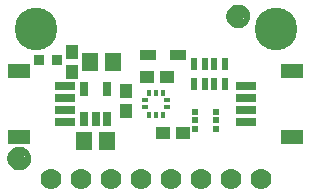
<source format=gbr>
G04 EAGLE Gerber RS-274X export*
G75*
%MOMM*%
%FSLAX34Y34*%
%LPD*%
%INSoldermask Top*%
%IPPOS*%
%AMOC8*
5,1,8,0,0,1.08239X$1,22.5*%
G01*
%ADD10R,1.341600X1.601600*%
%ADD11R,0.651600X1.301600*%
%ADD12R,1.101600X1.176600*%
%ADD13R,0.551600X1.001600*%
%ADD14R,0.601600X0.601600*%
%ADD15R,0.601600X0.501600*%
%ADD16C,3.617600*%
%ADD17R,1.651600X0.701600*%
%ADD18R,1.901600X1.301600*%
%ADD19C,1.101600*%
%ADD20C,0.500000*%
%ADD21R,0.901600X0.901600*%
%ADD22R,1.176600X1.101600*%
%ADD23R,1.451600X0.901600*%
%ADD24R,0.401600X0.551600*%
%ADD25R,0.551600X0.401600*%
%ADD26C,1.778000*%


D10*
X66700Y57150D03*
X85700Y57150D03*
D11*
X66700Y75899D03*
X76200Y75899D03*
X85700Y75899D03*
X85700Y101901D03*
X66700Y101901D03*
D10*
X71780Y124460D03*
X90780Y124460D03*
D12*
X101600Y100194D03*
X101600Y83194D03*
D13*
X185720Y105800D03*
X185720Y122800D03*
X176720Y105800D03*
X168720Y105800D03*
X159720Y105800D03*
X159720Y122800D03*
X176720Y122800D03*
X168720Y122800D03*
D14*
X177910Y67430D03*
D15*
X177910Y74930D03*
D14*
X177910Y82430D03*
X159910Y82430D03*
D15*
X159910Y74930D03*
D14*
X159910Y67430D03*
D16*
X25400Y152400D03*
X228600Y152400D03*
D17*
X203460Y83900D03*
X203460Y93900D03*
X203460Y73900D03*
X203460Y103900D03*
D18*
X242460Y60900D03*
X242460Y116900D03*
D17*
X50540Y93900D03*
X50540Y83900D03*
X50540Y103900D03*
X50540Y73900D03*
D18*
X11540Y116900D03*
X11540Y60900D03*
D19*
X11430Y42545D03*
D20*
X11430Y50045D02*
X11249Y50043D01*
X11068Y50036D01*
X10887Y50025D01*
X10706Y50010D01*
X10526Y49990D01*
X10346Y49966D01*
X10167Y49938D01*
X9989Y49905D01*
X9812Y49868D01*
X9635Y49827D01*
X9460Y49782D01*
X9285Y49732D01*
X9112Y49678D01*
X8941Y49620D01*
X8770Y49558D01*
X8602Y49491D01*
X8435Y49421D01*
X8269Y49347D01*
X8106Y49268D01*
X7945Y49186D01*
X7785Y49100D01*
X7628Y49010D01*
X7473Y48916D01*
X7320Y48819D01*
X7170Y48717D01*
X7022Y48613D01*
X6876Y48504D01*
X6734Y48393D01*
X6594Y48277D01*
X6457Y48159D01*
X6322Y48037D01*
X6191Y47912D01*
X6063Y47784D01*
X5938Y47653D01*
X5816Y47518D01*
X5698Y47381D01*
X5582Y47241D01*
X5471Y47099D01*
X5362Y46953D01*
X5258Y46805D01*
X5156Y46655D01*
X5059Y46502D01*
X4965Y46347D01*
X4875Y46190D01*
X4789Y46030D01*
X4707Y45869D01*
X4628Y45706D01*
X4554Y45540D01*
X4484Y45373D01*
X4417Y45205D01*
X4355Y45034D01*
X4297Y44863D01*
X4243Y44690D01*
X4193Y44515D01*
X4148Y44340D01*
X4107Y44163D01*
X4070Y43986D01*
X4037Y43808D01*
X4009Y43629D01*
X3985Y43449D01*
X3965Y43269D01*
X3950Y43088D01*
X3939Y42907D01*
X3932Y42726D01*
X3930Y42545D01*
X11430Y50045D02*
X11611Y50043D01*
X11792Y50036D01*
X11973Y50025D01*
X12154Y50010D01*
X12334Y49990D01*
X12514Y49966D01*
X12693Y49938D01*
X12871Y49905D01*
X13048Y49868D01*
X13225Y49827D01*
X13400Y49782D01*
X13575Y49732D01*
X13748Y49678D01*
X13919Y49620D01*
X14090Y49558D01*
X14258Y49491D01*
X14425Y49421D01*
X14591Y49347D01*
X14754Y49268D01*
X14915Y49186D01*
X15075Y49100D01*
X15232Y49010D01*
X15387Y48916D01*
X15540Y48819D01*
X15690Y48717D01*
X15838Y48613D01*
X15984Y48504D01*
X16126Y48393D01*
X16266Y48277D01*
X16403Y48159D01*
X16538Y48037D01*
X16669Y47912D01*
X16797Y47784D01*
X16922Y47653D01*
X17044Y47518D01*
X17162Y47381D01*
X17278Y47241D01*
X17389Y47099D01*
X17498Y46953D01*
X17602Y46805D01*
X17704Y46655D01*
X17801Y46502D01*
X17895Y46347D01*
X17985Y46190D01*
X18071Y46030D01*
X18153Y45869D01*
X18232Y45706D01*
X18306Y45540D01*
X18376Y45373D01*
X18443Y45205D01*
X18505Y45034D01*
X18563Y44863D01*
X18617Y44690D01*
X18667Y44515D01*
X18712Y44340D01*
X18753Y44163D01*
X18790Y43986D01*
X18823Y43808D01*
X18851Y43629D01*
X18875Y43449D01*
X18895Y43269D01*
X18910Y43088D01*
X18921Y42907D01*
X18928Y42726D01*
X18930Y42545D01*
X18928Y42364D01*
X18921Y42183D01*
X18910Y42002D01*
X18895Y41821D01*
X18875Y41641D01*
X18851Y41461D01*
X18823Y41282D01*
X18790Y41104D01*
X18753Y40927D01*
X18712Y40750D01*
X18667Y40575D01*
X18617Y40400D01*
X18563Y40227D01*
X18505Y40056D01*
X18443Y39885D01*
X18376Y39717D01*
X18306Y39550D01*
X18232Y39384D01*
X18153Y39221D01*
X18071Y39060D01*
X17985Y38900D01*
X17895Y38743D01*
X17801Y38588D01*
X17704Y38435D01*
X17602Y38285D01*
X17498Y38137D01*
X17389Y37991D01*
X17278Y37849D01*
X17162Y37709D01*
X17044Y37572D01*
X16922Y37437D01*
X16797Y37306D01*
X16669Y37178D01*
X16538Y37053D01*
X16403Y36931D01*
X16266Y36813D01*
X16126Y36697D01*
X15984Y36586D01*
X15838Y36477D01*
X15690Y36373D01*
X15540Y36271D01*
X15387Y36174D01*
X15232Y36080D01*
X15075Y35990D01*
X14915Y35904D01*
X14754Y35822D01*
X14591Y35743D01*
X14425Y35669D01*
X14258Y35599D01*
X14090Y35532D01*
X13919Y35470D01*
X13748Y35412D01*
X13575Y35358D01*
X13400Y35308D01*
X13225Y35263D01*
X13048Y35222D01*
X12871Y35185D01*
X12693Y35152D01*
X12514Y35124D01*
X12334Y35100D01*
X12154Y35080D01*
X11973Y35065D01*
X11792Y35054D01*
X11611Y35047D01*
X11430Y35045D01*
X11249Y35047D01*
X11068Y35054D01*
X10887Y35065D01*
X10706Y35080D01*
X10526Y35100D01*
X10346Y35124D01*
X10167Y35152D01*
X9989Y35185D01*
X9812Y35222D01*
X9635Y35263D01*
X9460Y35308D01*
X9285Y35358D01*
X9112Y35412D01*
X8941Y35470D01*
X8770Y35532D01*
X8602Y35599D01*
X8435Y35669D01*
X8269Y35743D01*
X8106Y35822D01*
X7945Y35904D01*
X7785Y35990D01*
X7628Y36080D01*
X7473Y36174D01*
X7320Y36271D01*
X7170Y36373D01*
X7022Y36477D01*
X6876Y36586D01*
X6734Y36697D01*
X6594Y36813D01*
X6457Y36931D01*
X6322Y37053D01*
X6191Y37178D01*
X6063Y37306D01*
X5938Y37437D01*
X5816Y37572D01*
X5698Y37709D01*
X5582Y37849D01*
X5471Y37991D01*
X5362Y38137D01*
X5258Y38285D01*
X5156Y38435D01*
X5059Y38588D01*
X4965Y38743D01*
X4875Y38900D01*
X4789Y39060D01*
X4707Y39221D01*
X4628Y39384D01*
X4554Y39550D01*
X4484Y39717D01*
X4417Y39885D01*
X4355Y40056D01*
X4297Y40227D01*
X4243Y40400D01*
X4193Y40575D01*
X4148Y40750D01*
X4107Y40927D01*
X4070Y41104D01*
X4037Y41282D01*
X4009Y41461D01*
X3985Y41641D01*
X3965Y41821D01*
X3950Y42002D01*
X3939Y42183D01*
X3932Y42364D01*
X3930Y42545D01*
D19*
X196850Y162941D03*
D20*
X196850Y170441D02*
X196669Y170439D01*
X196488Y170432D01*
X196307Y170421D01*
X196126Y170406D01*
X195946Y170386D01*
X195766Y170362D01*
X195587Y170334D01*
X195409Y170301D01*
X195232Y170264D01*
X195055Y170223D01*
X194880Y170178D01*
X194705Y170128D01*
X194532Y170074D01*
X194361Y170016D01*
X194190Y169954D01*
X194022Y169887D01*
X193855Y169817D01*
X193689Y169743D01*
X193526Y169664D01*
X193365Y169582D01*
X193205Y169496D01*
X193048Y169406D01*
X192893Y169312D01*
X192740Y169215D01*
X192590Y169113D01*
X192442Y169009D01*
X192296Y168900D01*
X192154Y168789D01*
X192014Y168673D01*
X191877Y168555D01*
X191742Y168433D01*
X191611Y168308D01*
X191483Y168180D01*
X191358Y168049D01*
X191236Y167914D01*
X191118Y167777D01*
X191002Y167637D01*
X190891Y167495D01*
X190782Y167349D01*
X190678Y167201D01*
X190576Y167051D01*
X190479Y166898D01*
X190385Y166743D01*
X190295Y166586D01*
X190209Y166426D01*
X190127Y166265D01*
X190048Y166102D01*
X189974Y165936D01*
X189904Y165769D01*
X189837Y165601D01*
X189775Y165430D01*
X189717Y165259D01*
X189663Y165086D01*
X189613Y164911D01*
X189568Y164736D01*
X189527Y164559D01*
X189490Y164382D01*
X189457Y164204D01*
X189429Y164025D01*
X189405Y163845D01*
X189385Y163665D01*
X189370Y163484D01*
X189359Y163303D01*
X189352Y163122D01*
X189350Y162941D01*
X196850Y170441D02*
X197031Y170439D01*
X197212Y170432D01*
X197393Y170421D01*
X197574Y170406D01*
X197754Y170386D01*
X197934Y170362D01*
X198113Y170334D01*
X198291Y170301D01*
X198468Y170264D01*
X198645Y170223D01*
X198820Y170178D01*
X198995Y170128D01*
X199168Y170074D01*
X199339Y170016D01*
X199510Y169954D01*
X199678Y169887D01*
X199845Y169817D01*
X200011Y169743D01*
X200174Y169664D01*
X200335Y169582D01*
X200495Y169496D01*
X200652Y169406D01*
X200807Y169312D01*
X200960Y169215D01*
X201110Y169113D01*
X201258Y169009D01*
X201404Y168900D01*
X201546Y168789D01*
X201686Y168673D01*
X201823Y168555D01*
X201958Y168433D01*
X202089Y168308D01*
X202217Y168180D01*
X202342Y168049D01*
X202464Y167914D01*
X202582Y167777D01*
X202698Y167637D01*
X202809Y167495D01*
X202918Y167349D01*
X203022Y167201D01*
X203124Y167051D01*
X203221Y166898D01*
X203315Y166743D01*
X203405Y166586D01*
X203491Y166426D01*
X203573Y166265D01*
X203652Y166102D01*
X203726Y165936D01*
X203796Y165769D01*
X203863Y165601D01*
X203925Y165430D01*
X203983Y165259D01*
X204037Y165086D01*
X204087Y164911D01*
X204132Y164736D01*
X204173Y164559D01*
X204210Y164382D01*
X204243Y164204D01*
X204271Y164025D01*
X204295Y163845D01*
X204315Y163665D01*
X204330Y163484D01*
X204341Y163303D01*
X204348Y163122D01*
X204350Y162941D01*
X204348Y162760D01*
X204341Y162579D01*
X204330Y162398D01*
X204315Y162217D01*
X204295Y162037D01*
X204271Y161857D01*
X204243Y161678D01*
X204210Y161500D01*
X204173Y161323D01*
X204132Y161146D01*
X204087Y160971D01*
X204037Y160796D01*
X203983Y160623D01*
X203925Y160452D01*
X203863Y160281D01*
X203796Y160113D01*
X203726Y159946D01*
X203652Y159780D01*
X203573Y159617D01*
X203491Y159456D01*
X203405Y159296D01*
X203315Y159139D01*
X203221Y158984D01*
X203124Y158831D01*
X203022Y158681D01*
X202918Y158533D01*
X202809Y158387D01*
X202698Y158245D01*
X202582Y158105D01*
X202464Y157968D01*
X202342Y157833D01*
X202217Y157702D01*
X202089Y157574D01*
X201958Y157449D01*
X201823Y157327D01*
X201686Y157209D01*
X201546Y157093D01*
X201404Y156982D01*
X201258Y156873D01*
X201110Y156769D01*
X200960Y156667D01*
X200807Y156570D01*
X200652Y156476D01*
X200495Y156386D01*
X200335Y156300D01*
X200174Y156218D01*
X200011Y156139D01*
X199845Y156065D01*
X199678Y155995D01*
X199510Y155928D01*
X199339Y155866D01*
X199168Y155808D01*
X198995Y155754D01*
X198820Y155704D01*
X198645Y155659D01*
X198468Y155618D01*
X198291Y155581D01*
X198113Y155548D01*
X197934Y155520D01*
X197754Y155496D01*
X197574Y155476D01*
X197393Y155461D01*
X197212Y155450D01*
X197031Y155443D01*
X196850Y155441D01*
X196669Y155443D01*
X196488Y155450D01*
X196307Y155461D01*
X196126Y155476D01*
X195946Y155496D01*
X195766Y155520D01*
X195587Y155548D01*
X195409Y155581D01*
X195232Y155618D01*
X195055Y155659D01*
X194880Y155704D01*
X194705Y155754D01*
X194532Y155808D01*
X194361Y155866D01*
X194190Y155928D01*
X194022Y155995D01*
X193855Y156065D01*
X193689Y156139D01*
X193526Y156218D01*
X193365Y156300D01*
X193205Y156386D01*
X193048Y156476D01*
X192893Y156570D01*
X192740Y156667D01*
X192590Y156769D01*
X192442Y156873D01*
X192296Y156982D01*
X192154Y157093D01*
X192014Y157209D01*
X191877Y157327D01*
X191742Y157449D01*
X191611Y157574D01*
X191483Y157702D01*
X191358Y157833D01*
X191236Y157968D01*
X191118Y158105D01*
X191002Y158245D01*
X190891Y158387D01*
X190782Y158533D01*
X190678Y158681D01*
X190576Y158831D01*
X190479Y158984D01*
X190385Y159139D01*
X190295Y159296D01*
X190209Y159456D01*
X190127Y159617D01*
X190048Y159780D01*
X189974Y159946D01*
X189904Y160113D01*
X189837Y160281D01*
X189775Y160452D01*
X189717Y160623D01*
X189663Y160796D01*
X189613Y160971D01*
X189568Y161146D01*
X189527Y161323D01*
X189490Y161500D01*
X189457Y161678D01*
X189429Y161857D01*
X189405Y162037D01*
X189385Y162217D01*
X189370Y162398D01*
X189359Y162579D01*
X189352Y162760D01*
X189350Y162941D01*
D21*
X28060Y125730D03*
X43060Y125730D03*
D12*
X55880Y132960D03*
X55880Y115960D03*
D22*
X132978Y64262D03*
X149978Y64262D03*
D23*
X145796Y130048D03*
X120396Y130048D03*
D22*
X136770Y111760D03*
X119770Y111760D03*
D24*
X127000Y98100D03*
X127000Y79700D03*
X121000Y98100D03*
X133000Y98100D03*
X121000Y79700D03*
X133000Y79700D03*
D25*
X117800Y91900D03*
X136200Y91900D03*
X117800Y85900D03*
X136200Y85900D03*
D26*
X38100Y25400D03*
X63500Y25400D03*
X88900Y25400D03*
X114300Y25400D03*
X139700Y25400D03*
X165100Y25400D03*
X190500Y25400D03*
X215900Y25400D03*
M02*

</source>
